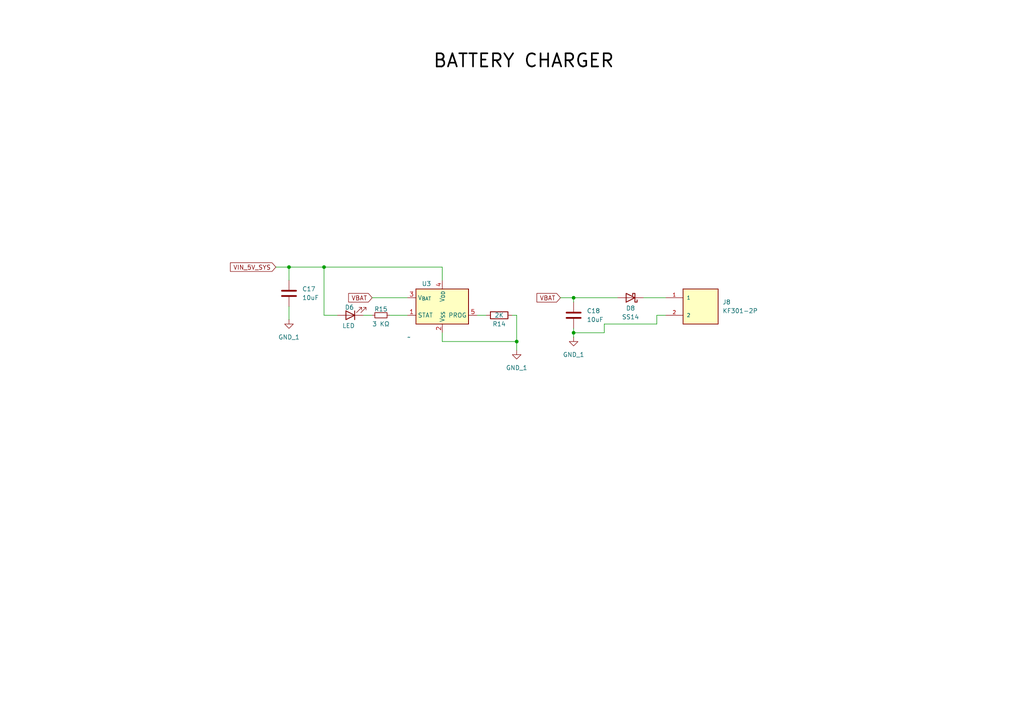
<source format=kicad_sch>
(kicad_sch
	(version 20250114)
	(generator "eeschema")
	(generator_version "9.0")
	(uuid "16a593ce-a144-4e2b-a549-73ec9e996204")
	(paper "A4")
	(lib_symbols
		(symbol "Battery_Management:MCP73831-2-OT"
			(exclude_from_sim no)
			(in_bom yes)
			(on_board yes)
			(property "Reference" "U"
				(at -7.62 6.35 0)
				(effects
					(font
						(size 1.27 1.27)
					)
					(justify left)
				)
			)
			(property "Value" "MCP73831-2-OT"
				(at 1.27 6.35 0)
				(effects
					(font
						(size 1.27 1.27)
					)
					(justify left)
				)
			)
			(property "Footprint" "Package_TO_SOT_SMD:SOT-23-5"
				(at 1.27 -6.35 0)
				(effects
					(font
						(size 1.27 1.27)
						(italic yes)
					)
					(justify left)
					(hide yes)
				)
			)
			(property "Datasheet" "http://ww1.microchip.com/downloads/en/DeviceDoc/20001984g.pdf"
				(at 0 -18.288 0)
				(effects
					(font
						(size 1.27 1.27)
					)
					(hide yes)
				)
			)
			(property "Description" "Single cell, Li-Ion/Li-Po charge management controller, 4.20V, Tri-State Status Output, in SOT23-5 package"
				(at 0 0 0)
				(effects
					(font
						(size 1.27 1.27)
					)
					(hide yes)
				)
			)
			(property "ki_keywords" "battery charger lithium"
				(at 0 0 0)
				(effects
					(font
						(size 1.27 1.27)
					)
					(hide yes)
				)
			)
			(property "ki_fp_filters" "SOT?23*"
				(at 0 0 0)
				(effects
					(font
						(size 1.27 1.27)
					)
					(hide yes)
				)
			)
			(symbol "MCP73831-2-OT_0_1"
				(rectangle
					(start -7.62 5.08)
					(end 7.62 -5.08)
					(stroke
						(width 0.254)
						(type default)
					)
					(fill
						(type background)
					)
				)
			)
			(symbol "MCP73831-2-OT_1_1"
				(pin input line
					(at -10.16 -2.54 0)
					(length 2.54)
					(name "PROG"
						(effects
							(font
								(size 1.27 1.27)
							)
						)
					)
					(number "5"
						(effects
							(font
								(size 1.27 1.27)
							)
						)
					)
				)
				(pin power_in line
					(at 0 7.62 270)
					(length 2.54)
					(name "V_{DD}"
						(effects
							(font
								(size 1.27 1.27)
							)
						)
					)
					(number "4"
						(effects
							(font
								(size 1.27 1.27)
							)
						)
					)
				)
				(pin power_in line
					(at 0 -7.62 90)
					(length 2.54)
					(name "V_{SS}"
						(effects
							(font
								(size 1.27 1.27)
							)
						)
					)
					(number "2"
						(effects
							(font
								(size 1.27 1.27)
							)
						)
					)
				)
				(pin power_out line
					(at 10.16 2.54 180)
					(length 2.54)
					(name "V_{BAT}"
						(effects
							(font
								(size 1.27 1.27)
							)
						)
					)
					(number "3"
						(effects
							(font
								(size 1.27 1.27)
							)
						)
					)
				)
				(pin tri_state line
					(at 10.16 -2.54 180)
					(length 2.54)
					(name "STAT"
						(effects
							(font
								(size 1.27 1.27)
							)
						)
					)
					(number "1"
						(effects
							(font
								(size 1.27 1.27)
							)
						)
					)
				)
			)
			(embedded_fonts no)
		)
		(symbol "Connector:KF301-2P"
			(pin_names
				(offset 1.016)
			)
			(exclude_from_sim no)
			(in_bom yes)
			(on_board yes)
			(property "Reference" "J"
				(at -5.08 5.842 0)
				(effects
					(font
						(size 1.27 1.27)
					)
					(justify left bottom)
				)
			)
			(property "Value" "KF301-2P"
				(at -5.08 -7.62 0)
				(effects
					(font
						(size 1.27 1.27)
					)
					(justify left bottom)
				)
			)
			(property "Footprint" "KF301-2P:HANDSON_KF301-2P"
				(at 0 0 0)
				(effects
					(font
						(size 1.27 1.27)
					)
					(justify bottom)
					(hide yes)
				)
			)
			(property "Datasheet" ""
				(at 0 0 0)
				(effects
					(font
						(size 1.27 1.27)
					)
					(hide yes)
				)
			)
			(property "Description" ""
				(at 0 0 0)
				(effects
					(font
						(size 1.27 1.27)
					)
					(hide yes)
				)
			)
			(property "MF" "Handson Technology"
				(at 0 0 0)
				(effects
					(font
						(size 1.27 1.27)
					)
					(justify bottom)
					(hide yes)
				)
			)
			(property "MAXIMUM_PACKAGE_HEIGHT" "10mm"
				(at 0 0 0)
				(effects
					(font
						(size 1.27 1.27)
					)
					(justify bottom)
					(hide yes)
				)
			)
			(property "Package" "None"
				(at 0 0 0)
				(effects
					(font
						(size 1.27 1.27)
					)
					(justify bottom)
					(hide yes)
				)
			)
			(property "Price" "None"
				(at 0 0 0)
				(effects
					(font
						(size 1.27 1.27)
					)
					(justify bottom)
					(hide yes)
				)
			)
			(property "Check_prices" "https://www.snapeda.com/parts/KF301-2P/Handson+Technology/view-part/?ref=eda"
				(at 0 0 0)
				(effects
					(font
						(size 1.27 1.27)
					)
					(justify bottom)
					(hide yes)
				)
			)
			(property "STANDARD" "Manufacturer Recommendations"
				(at 0 0 0)
				(effects
					(font
						(size 1.27 1.27)
					)
					(justify bottom)
					(hide yes)
				)
			)
			(property "PARTREV" "NA"
				(at 0 0 0)
				(effects
					(font
						(size 1.27 1.27)
					)
					(justify bottom)
					(hide yes)
				)
			)
			(property "SnapEDA_Link" "https://www.snapeda.com/parts/KF301-2P/Handson+Technology/view-part/?ref=snap"
				(at 0 0 0)
				(effects
					(font
						(size 1.27 1.27)
					)
					(justify bottom)
					(hide yes)
				)
			)
			(property "MP" "KF301-2P"
				(at 0 0 0)
				(effects
					(font
						(size 1.27 1.27)
					)
					(justify bottom)
					(hide yes)
				)
			)
			(property "Description_1" "2 Pin Terminal Block 5mm Pitch"
				(at 0 0 0)
				(effects
					(font
						(size 1.27 1.27)
					)
					(justify bottom)
					(hide yes)
				)
			)
			(property "Availability" "Not in stock"
				(at 0 0 0)
				(effects
					(font
						(size 1.27 1.27)
					)
					(justify bottom)
					(hide yes)
				)
			)
			(property "MANUFACTURER" "Handson Technology"
				(at 0 0 0)
				(effects
					(font
						(size 1.27 1.27)
					)
					(justify bottom)
					(hide yes)
				)
			)
			(symbol "KF301-2P_0_0"
				(rectangle
					(start -5.08 -5.08)
					(end 5.08 5.08)
					(stroke
						(width 0.254)
						(type default)
					)
					(fill
						(type background)
					)
				)
				(pin passive line
					(at -10.16 2.54 0)
					(length 5.08)
					(name "1"
						(effects
							(font
								(size 1.016 1.016)
							)
						)
					)
					(number "1"
						(effects
							(font
								(size 1.016 1.016)
							)
						)
					)
				)
				(pin passive line
					(at -10.16 -2.54 0)
					(length 5.08)
					(name "2"
						(effects
							(font
								(size 1.016 1.016)
							)
						)
					)
					(number "2"
						(effects
							(font
								(size 1.016 1.016)
							)
						)
					)
				)
			)
			(embedded_fonts no)
		)
		(symbol "Device:C"
			(pin_numbers
				(hide yes)
			)
			(pin_names
				(offset 0.254)
			)
			(exclude_from_sim no)
			(in_bom yes)
			(on_board yes)
			(property "Reference" "C"
				(at 0.635 2.54 0)
				(effects
					(font
						(size 1.27 1.27)
					)
					(justify left)
				)
			)
			(property "Value" "C"
				(at 0.635 -2.54 0)
				(effects
					(font
						(size 1.27 1.27)
					)
					(justify left)
				)
			)
			(property "Footprint" ""
				(at 0.9652 -3.81 0)
				(effects
					(font
						(size 1.27 1.27)
					)
					(hide yes)
				)
			)
			(property "Datasheet" "~"
				(at 0 0 0)
				(effects
					(font
						(size 1.27 1.27)
					)
					(hide yes)
				)
			)
			(property "Description" "Unpolarized capacitor"
				(at 0 0 0)
				(effects
					(font
						(size 1.27 1.27)
					)
					(hide yes)
				)
			)
			(property "ki_keywords" "cap capacitor"
				(at 0 0 0)
				(effects
					(font
						(size 1.27 1.27)
					)
					(hide yes)
				)
			)
			(property "ki_fp_filters" "C_*"
				(at 0 0 0)
				(effects
					(font
						(size 1.27 1.27)
					)
					(hide yes)
				)
			)
			(symbol "C_0_1"
				(polyline
					(pts
						(xy -2.032 0.762) (xy 2.032 0.762)
					)
					(stroke
						(width 0.508)
						(type default)
					)
					(fill
						(type none)
					)
				)
				(polyline
					(pts
						(xy -2.032 -0.762) (xy 2.032 -0.762)
					)
					(stroke
						(width 0.508)
						(type default)
					)
					(fill
						(type none)
					)
				)
			)
			(symbol "C_1_1"
				(pin passive line
					(at 0 3.81 270)
					(length 2.794)
					(name "~"
						(effects
							(font
								(size 1.27 1.27)
							)
						)
					)
					(number "1"
						(effects
							(font
								(size 1.27 1.27)
							)
						)
					)
				)
				(pin passive line
					(at 0 -3.81 90)
					(length 2.794)
					(name "~"
						(effects
							(font
								(size 1.27 1.27)
							)
						)
					)
					(number "2"
						(effects
							(font
								(size 1.27 1.27)
							)
						)
					)
				)
			)
			(embedded_fonts no)
		)
		(symbol "Device:LED"
			(pin_numbers
				(hide yes)
			)
			(pin_names
				(offset 1.016)
				(hide yes)
			)
			(exclude_from_sim no)
			(in_bom yes)
			(on_board yes)
			(property "Reference" "D"
				(at 0 2.54 0)
				(effects
					(font
						(size 1.27 1.27)
					)
				)
			)
			(property "Value" "LED"
				(at 0 -2.54 0)
				(effects
					(font
						(size 1.27 1.27)
					)
				)
			)
			(property "Footprint" ""
				(at 0 0 0)
				(effects
					(font
						(size 1.27 1.27)
					)
					(hide yes)
				)
			)
			(property "Datasheet" "~"
				(at 0 0 0)
				(effects
					(font
						(size 1.27 1.27)
					)
					(hide yes)
				)
			)
			(property "Description" "Light emitting diode"
				(at 0 0 0)
				(effects
					(font
						(size 1.27 1.27)
					)
					(hide yes)
				)
			)
			(property "Sim.Pins" "1=K 2=A"
				(at 0 0 0)
				(effects
					(font
						(size 1.27 1.27)
					)
					(hide yes)
				)
			)
			(property "ki_keywords" "LED diode"
				(at 0 0 0)
				(effects
					(font
						(size 1.27 1.27)
					)
					(hide yes)
				)
			)
			(property "ki_fp_filters" "LED* LED_SMD:* LED_THT:*"
				(at 0 0 0)
				(effects
					(font
						(size 1.27 1.27)
					)
					(hide yes)
				)
			)
			(symbol "LED_0_1"
				(polyline
					(pts
						(xy -3.048 -0.762) (xy -4.572 -2.286) (xy -3.81 -2.286) (xy -4.572 -2.286) (xy -4.572 -1.524)
					)
					(stroke
						(width 0)
						(type default)
					)
					(fill
						(type none)
					)
				)
				(polyline
					(pts
						(xy -1.778 -0.762) (xy -3.302 -2.286) (xy -2.54 -2.286) (xy -3.302 -2.286) (xy -3.302 -1.524)
					)
					(stroke
						(width 0)
						(type default)
					)
					(fill
						(type none)
					)
				)
				(polyline
					(pts
						(xy -1.27 0) (xy 1.27 0)
					)
					(stroke
						(width 0)
						(type default)
					)
					(fill
						(type none)
					)
				)
				(polyline
					(pts
						(xy -1.27 -1.27) (xy -1.27 1.27)
					)
					(stroke
						(width 0.254)
						(type default)
					)
					(fill
						(type none)
					)
				)
				(polyline
					(pts
						(xy 1.27 -1.27) (xy 1.27 1.27) (xy -1.27 0) (xy 1.27 -1.27)
					)
					(stroke
						(width 0.254)
						(type default)
					)
					(fill
						(type none)
					)
				)
			)
			(symbol "LED_1_1"
				(pin passive line
					(at -3.81 0 0)
					(length 2.54)
					(name "K"
						(effects
							(font
								(size 1.27 1.27)
							)
						)
					)
					(number "1"
						(effects
							(font
								(size 1.27 1.27)
							)
						)
					)
				)
				(pin passive line
					(at 3.81 0 180)
					(length 2.54)
					(name "A"
						(effects
							(font
								(size 1.27 1.27)
							)
						)
					)
					(number "2"
						(effects
							(font
								(size 1.27 1.27)
							)
						)
					)
				)
			)
			(embedded_fonts no)
		)
		(symbol "Device:R"
			(pin_numbers
				(hide yes)
			)
			(pin_names
				(offset 0)
			)
			(exclude_from_sim no)
			(in_bom yes)
			(on_board yes)
			(property "Reference" "R"
				(at 2.032 0 90)
				(effects
					(font
						(size 1.27 1.27)
					)
				)
			)
			(property "Value" "R"
				(at 0 0 90)
				(effects
					(font
						(size 1.27 1.27)
					)
				)
			)
			(property "Footprint" ""
				(at -1.778 0 90)
				(effects
					(font
						(size 1.27 1.27)
					)
					(hide yes)
				)
			)
			(property "Datasheet" "~"
				(at 0 0 0)
				(effects
					(font
						(size 1.27 1.27)
					)
					(hide yes)
				)
			)
			(property "Description" "Resistor"
				(at 0 0 0)
				(effects
					(font
						(size 1.27 1.27)
					)
					(hide yes)
				)
			)
			(property "ki_keywords" "R res resistor"
				(at 0 0 0)
				(effects
					(font
						(size 1.27 1.27)
					)
					(hide yes)
				)
			)
			(property "ki_fp_filters" "R_*"
				(at 0 0 0)
				(effects
					(font
						(size 1.27 1.27)
					)
					(hide yes)
				)
			)
			(symbol "R_0_1"
				(rectangle
					(start -1.016 -2.54)
					(end 1.016 2.54)
					(stroke
						(width 0.254)
						(type default)
					)
					(fill
						(type none)
					)
				)
			)
			(symbol "R_1_1"
				(pin passive line
					(at 0 3.81 270)
					(length 1.27)
					(name "~"
						(effects
							(font
								(size 1.27 1.27)
							)
						)
					)
					(number "1"
						(effects
							(font
								(size 1.27 1.27)
							)
						)
					)
				)
				(pin passive line
					(at 0 -3.81 90)
					(length 1.27)
					(name "~"
						(effects
							(font
								(size 1.27 1.27)
							)
						)
					)
					(number "2"
						(effects
							(font
								(size 1.27 1.27)
							)
						)
					)
				)
			)
			(embedded_fonts no)
		)
		(symbol "Device:R_Small"
			(pin_numbers
				(hide yes)
			)
			(pin_names
				(offset 0.254)
				(hide yes)
			)
			(exclude_from_sim no)
			(in_bom yes)
			(on_board yes)
			(property "Reference" "R"
				(at 0.762 0.508 0)
				(effects
					(font
						(size 1.27 1.27)
					)
					(justify left)
				)
			)
			(property "Value" "R_Small"
				(at 0.762 -1.016 0)
				(effects
					(font
						(size 1.27 1.27)
					)
					(justify left)
				)
			)
			(property "Footprint" ""
				(at 0 0 0)
				(effects
					(font
						(size 1.27 1.27)
					)
					(hide yes)
				)
			)
			(property "Datasheet" "~"
				(at 0 0 0)
				(effects
					(font
						(size 1.27 1.27)
					)
					(hide yes)
				)
			)
			(property "Description" "Resistor, small symbol"
				(at 0 0 0)
				(effects
					(font
						(size 1.27 1.27)
					)
					(hide yes)
				)
			)
			(property "ki_keywords" "R resistor"
				(at 0 0 0)
				(effects
					(font
						(size 1.27 1.27)
					)
					(hide yes)
				)
			)
			(property "ki_fp_filters" "R_*"
				(at 0 0 0)
				(effects
					(font
						(size 1.27 1.27)
					)
					(hide yes)
				)
			)
			(symbol "R_Small_0_1"
				(rectangle
					(start -0.762 1.778)
					(end 0.762 -1.778)
					(stroke
						(width 0.2032)
						(type default)
					)
					(fill
						(type none)
					)
				)
			)
			(symbol "R_Small_1_1"
				(pin passive line
					(at 0 2.54 270)
					(length 0.762)
					(name "~"
						(effects
							(font
								(size 1.27 1.27)
							)
						)
					)
					(number "1"
						(effects
							(font
								(size 1.27 1.27)
							)
						)
					)
				)
				(pin passive line
					(at 0 -2.54 90)
					(length 0.762)
					(name "~"
						(effects
							(font
								(size 1.27 1.27)
							)
						)
					)
					(number "2"
						(effects
							(font
								(size 1.27 1.27)
							)
						)
					)
				)
			)
			(embedded_fonts no)
		)
		(symbol "Diode:SS14"
			(pin_numbers
				(hide yes)
			)
			(pin_names
				(offset 1.016)
				(hide yes)
			)
			(exclude_from_sim no)
			(in_bom yes)
			(on_board yes)
			(property "Reference" "D"
				(at 0 2.54 0)
				(effects
					(font
						(size 1.27 1.27)
					)
				)
			)
			(property "Value" "SS14"
				(at 0 -2.54 0)
				(effects
					(font
						(size 1.27 1.27)
					)
				)
			)
			(property "Footprint" "Diode_SMD:D_SMA"
				(at 0 -4.445 0)
				(effects
					(font
						(size 1.27 1.27)
					)
					(hide yes)
				)
			)
			(property "Datasheet" "https://www.vishay.com/docs/88746/ss12.pdf"
				(at 0 0 0)
				(effects
					(font
						(size 1.27 1.27)
					)
					(hide yes)
				)
			)
			(property "Description" "40V 1A Schottky Diode, SMA"
				(at 0 0 0)
				(effects
					(font
						(size 1.27 1.27)
					)
					(hide yes)
				)
			)
			(property "ki_keywords" "diode Schottky"
				(at 0 0 0)
				(effects
					(font
						(size 1.27 1.27)
					)
					(hide yes)
				)
			)
			(property "ki_fp_filters" "D*SMA*"
				(at 0 0 0)
				(effects
					(font
						(size 1.27 1.27)
					)
					(hide yes)
				)
			)
			(symbol "SS14_0_1"
				(polyline
					(pts
						(xy -1.905 0.635) (xy -1.905 1.27) (xy -1.27 1.27) (xy -1.27 -1.27) (xy -0.635 -1.27) (xy -0.635 -0.635)
					)
					(stroke
						(width 0.254)
						(type default)
					)
					(fill
						(type none)
					)
				)
				(polyline
					(pts
						(xy 1.27 1.27) (xy 1.27 -1.27) (xy -1.27 0) (xy 1.27 1.27)
					)
					(stroke
						(width 0.254)
						(type default)
					)
					(fill
						(type none)
					)
				)
				(polyline
					(pts
						(xy 1.27 0) (xy -1.27 0)
					)
					(stroke
						(width 0)
						(type default)
					)
					(fill
						(type none)
					)
				)
			)
			(symbol "SS14_1_1"
				(pin passive line
					(at -3.81 0 0)
					(length 2.54)
					(name "K"
						(effects
							(font
								(size 1.27 1.27)
							)
						)
					)
					(number "1"
						(effects
							(font
								(size 1.27 1.27)
							)
						)
					)
				)
				(pin passive line
					(at 3.81 0 180)
					(length 2.54)
					(name "A"
						(effects
							(font
								(size 1.27 1.27)
							)
						)
					)
					(number "2"
						(effects
							(font
								(size 1.27 1.27)
							)
						)
					)
				)
			)
			(embedded_fonts no)
		)
		(symbol "GND_1"
			(power)
			(pin_numbers
				(hide yes)
			)
			(pin_names
				(offset 0)
				(hide yes)
			)
			(exclude_from_sim no)
			(in_bom yes)
			(on_board yes)
			(property "Reference" "#PWR"
				(at 0 -6.35 0)
				(effects
					(font
						(size 1.27 1.27)
					)
					(hide yes)
				)
			)
			(property "Value" "GND"
				(at 0 -3.81 0)
				(effects
					(font
						(size 1.27 1.27)
					)
				)
			)
			(property "Footprint" ""
				(at 0 0 0)
				(effects
					(font
						(size 1.27 1.27)
					)
					(hide yes)
				)
			)
			(property "Datasheet" ""
				(at 0 0 0)
				(effects
					(font
						(size 1.27 1.27)
					)
					(hide yes)
				)
			)
			(property "Description" "Power symbol creates a global label with name \"GND\" , ground"
				(at 0 0 0)
				(effects
					(font
						(size 1.27 1.27)
					)
					(hide yes)
				)
			)
			(property "ki_keywords" "global power"
				(at 0 0 0)
				(effects
					(font
						(size 1.27 1.27)
					)
					(hide yes)
				)
			)
			(symbol "GND_1_0_1"
				(polyline
					(pts
						(xy 0 0) (xy 0 -1.27) (xy 1.27 -1.27) (xy 0 -2.54) (xy -1.27 -1.27) (xy 0 -1.27)
					)
					(stroke
						(width 0)
						(type default)
					)
					(fill
						(type none)
					)
				)
			)
			(symbol "GND_1_1_1"
				(pin power_in line
					(at 0 0 270)
					(length 0)
					(name "~"
						(effects
							(font
								(size 1.27 1.27)
							)
						)
					)
					(number "1"
						(effects
							(font
								(size 1.27 1.27)
							)
						)
					)
				)
			)
			(embedded_fonts no)
		)
		(symbol "power:GND"
			(power)
			(pin_numbers
				(hide yes)
			)
			(pin_names
				(offset 0)
				(hide yes)
			)
			(exclude_from_sim no)
			(in_bom yes)
			(on_board yes)
			(property "Reference" "#PWR"
				(at 0 -6.35 0)
				(effects
					(font
						(size 1.27 1.27)
					)
					(hide yes)
				)
			)
			(property "Value" "GND"
				(at 0 -3.81 0)
				(effects
					(font
						(size 1.27 1.27)
					)
				)
			)
			(property "Footprint" ""
				(at 0 0 0)
				(effects
					(font
						(size 1.27 1.27)
					)
					(hide yes)
				)
			)
			(property "Datasheet" ""
				(at 0 0 0)
				(effects
					(font
						(size 1.27 1.27)
					)
					(hide yes)
				)
			)
			(property "Description" "Power symbol creates a global label with name \"GND\" , ground"
				(at 0 0 0)
				(effects
					(font
						(size 1.27 1.27)
					)
					(hide yes)
				)
			)
			(property "ki_keywords" "global power"
				(at 0 0 0)
				(effects
					(font
						(size 1.27 1.27)
					)
					(hide yes)
				)
			)
			(symbol "GND_0_1"
				(polyline
					(pts
						(xy 0 0) (xy 0 -1.27) (xy 1.27 -1.27) (xy 0 -2.54) (xy -1.27 -1.27) (xy 0 -1.27)
					)
					(stroke
						(width 0)
						(type default)
					)
					(fill
						(type none)
					)
				)
			)
			(symbol "GND_1_1"
				(pin power_in line
					(at 0 0 270)
					(length 0)
					(name "~"
						(effects
							(font
								(size 1.27 1.27)
							)
						)
					)
					(number "1"
						(effects
							(font
								(size 1.27 1.27)
							)
						)
					)
				)
			)
			(embedded_fonts no)
		)
	)
	(text "BATTERY CHARGER"
		(exclude_from_sim no)
		(at 151.892 17.78 0)
		(effects
			(font
				(size 3.81 3.81)
				(thickness 0.4763)
				(color 0 0 0 1)
			)
		)
		(uuid "e80e8605-3db7-4987-bc92-fbbb1f6e7a2b")
	)
	(junction
		(at 93.98 77.47)
		(diameter 0)
		(color 0 0 0 0)
		(uuid "15b323b7-5bed-42e5-8156-0195328a239d")
	)
	(junction
		(at 166.37 96.52)
		(diameter 0)
		(color 0 0 0 0)
		(uuid "1813ddbe-5b3d-4ed7-8bea-920e0580e6b9")
	)
	(junction
		(at 149.86 99.06)
		(diameter 0)
		(color 0 0 0 0)
		(uuid "d83f6efa-55f3-4923-b54d-80e9710c5c87")
	)
	(junction
		(at 166.37 86.36)
		(diameter 0)
		(color 0 0 0 0)
		(uuid "da954651-af27-4ac8-9eb5-c48983fc3953")
	)
	(junction
		(at 83.82 77.47)
		(diameter 0)
		(color 0 0 0 0)
		(uuid "df4c71a1-a974-4b5e-9fe1-d4f261a4ec8f")
	)
	(wire
		(pts
			(xy 93.98 77.47) (xy 93.98 91.44)
		)
		(stroke
			(width 0)
			(type default)
		)
		(uuid "032b0330-b71b-4799-b229-83c9c6a73924")
	)
	(wire
		(pts
			(xy 128.27 96.52) (xy 128.27 99.06)
		)
		(stroke
			(width 0)
			(type default)
		)
		(uuid "145a8757-c933-4585-b392-d730df5c0922")
	)
	(wire
		(pts
			(xy 80.01 77.47) (xy 83.82 77.47)
		)
		(stroke
			(width 0)
			(type default)
		)
		(uuid "1ac438ad-447e-40d6-8722-94b78d44a387")
	)
	(wire
		(pts
			(xy 83.82 88.9) (xy 83.82 92.71)
		)
		(stroke
			(width 0)
			(type default)
		)
		(uuid "25e02a8f-7210-4e4f-abe8-d7a0ca8a5ba9")
	)
	(wire
		(pts
			(xy 107.95 86.36) (xy 118.11 86.36)
		)
		(stroke
			(width 0)
			(type default)
		)
		(uuid "2b3aa851-edfd-404e-b4b1-c380283195f9")
	)
	(wire
		(pts
			(xy 138.43 91.44) (xy 140.97 91.44)
		)
		(stroke
			(width 0)
			(type default)
		)
		(uuid "2e8b0b5b-dc7c-4b15-a9ee-0ae72c448cd7")
	)
	(wire
		(pts
			(xy 166.37 86.36) (xy 166.37 87.63)
		)
		(stroke
			(width 0)
			(type default)
		)
		(uuid "2f5932d8-5d03-4f98-98a0-4ea77c3995ce")
	)
	(wire
		(pts
			(xy 162.56 86.36) (xy 166.37 86.36)
		)
		(stroke
			(width 0)
			(type default)
		)
		(uuid "385054ae-085a-43d4-af2e-4543718c9802")
	)
	(wire
		(pts
			(xy 148.59 91.44) (xy 149.86 91.44)
		)
		(stroke
			(width 0)
			(type default)
		)
		(uuid "3cec09f5-86b2-437e-a5f7-4856e8cda959")
	)
	(wire
		(pts
			(xy 175.26 93.98) (xy 190.5 93.98)
		)
		(stroke
			(width 0)
			(type default)
		)
		(uuid "5cfca8f2-8597-4e97-89bb-a3ebb93fd607")
	)
	(wire
		(pts
			(xy 166.37 95.25) (xy 166.37 96.52)
		)
		(stroke
			(width 0)
			(type default)
		)
		(uuid "5dd25e94-22a7-4f6d-b9e2-406505ef4a7e")
	)
	(wire
		(pts
			(xy 83.82 77.47) (xy 93.98 77.47)
		)
		(stroke
			(width 0)
			(type default)
		)
		(uuid "6a456b10-fd33-45d7-a67e-bcb3341a0217")
	)
	(wire
		(pts
			(xy 93.98 77.47) (xy 128.27 77.47)
		)
		(stroke
			(width 0)
			(type default)
		)
		(uuid "6a5d6615-6fde-4d7b-ba81-c811525779a0")
	)
	(wire
		(pts
			(xy 113.03 91.44) (xy 118.11 91.44)
		)
		(stroke
			(width 0)
			(type default)
		)
		(uuid "6c903caa-afaf-481b-a48a-5b498cbd0a9b")
	)
	(wire
		(pts
			(xy 83.82 77.47) (xy 83.82 81.28)
		)
		(stroke
			(width 0)
			(type default)
		)
		(uuid "77815ffd-dbb3-49f7-9751-deac55ca1116")
	)
	(wire
		(pts
			(xy 190.5 93.98) (xy 190.5 91.44)
		)
		(stroke
			(width 0)
			(type default)
		)
		(uuid "7e6b542e-1e9b-440e-b576-6c0fec6f342d")
	)
	(wire
		(pts
			(xy 175.26 96.52) (xy 166.37 96.52)
		)
		(stroke
			(width 0)
			(type default)
		)
		(uuid "83e6150a-1f47-4e9b-a5ba-7f384cbcf5e8")
	)
	(wire
		(pts
			(xy 128.27 77.47) (xy 128.27 81.28)
		)
		(stroke
			(width 0)
			(type default)
		)
		(uuid "8b990d8b-f5ba-4abe-85d6-333e1ed7b971")
	)
	(wire
		(pts
			(xy 105.41 91.44) (xy 107.95 91.44)
		)
		(stroke
			(width 0)
			(type default)
		)
		(uuid "90a226e5-2ebd-4013-9914-9f385fbc9045")
	)
	(wire
		(pts
			(xy 166.37 96.52) (xy 166.37 97.79)
		)
		(stroke
			(width 0)
			(type default)
		)
		(uuid "94536e73-b22b-4954-9bf2-3208fd903bec")
	)
	(wire
		(pts
			(xy 190.5 91.44) (xy 193.04 91.44)
		)
		(stroke
			(width 0)
			(type default)
		)
		(uuid "98f591a0-af74-4c89-9308-045159c822bb")
	)
	(wire
		(pts
			(xy 186.69 86.36) (xy 193.04 86.36)
		)
		(stroke
			(width 0)
			(type default)
		)
		(uuid "a04232d6-4440-41ba-bd42-a028e69b101f")
	)
	(wire
		(pts
			(xy 149.86 99.06) (xy 149.86 101.6)
		)
		(stroke
			(width 0)
			(type default)
		)
		(uuid "b6800ad3-46b8-4963-b9dc-d30f6a734adc")
	)
	(wire
		(pts
			(xy 93.98 91.44) (xy 97.79 91.44)
		)
		(stroke
			(width 0)
			(type default)
		)
		(uuid "b80eb019-26b9-4ee0-af63-ad3d29319244")
	)
	(wire
		(pts
			(xy 149.86 91.44) (xy 149.86 99.06)
		)
		(stroke
			(width 0)
			(type default)
		)
		(uuid "b88d7f14-8077-44cb-9939-c7e270f03532")
	)
	(wire
		(pts
			(xy 175.26 93.98) (xy 175.26 96.52)
		)
		(stroke
			(width 0)
			(type default)
		)
		(uuid "bcfd166a-5595-4182-98df-b3ab8a54899b")
	)
	(wire
		(pts
			(xy 149.86 99.06) (xy 128.27 99.06)
		)
		(stroke
			(width 0)
			(type default)
		)
		(uuid "c3c625c1-cfb5-432f-9d91-9efc86e14882")
	)
	(wire
		(pts
			(xy 166.37 86.36) (xy 179.07 86.36)
		)
		(stroke
			(width 0)
			(type default)
		)
		(uuid "d6cb0c22-9558-4db5-a5b1-bcaaf851a9a6")
	)
	(global_label "VBAT"
		(shape input)
		(at 107.95 86.36 180)
		(fields_autoplaced yes)
		(effects
			(font
				(size 1.27 1.27)
			)
			(justify right)
		)
		(uuid "2f0fd6cd-49a8-458c-9eea-3af9272b6351")
		(property "Intersheetrefs" "${INTERSHEET_REFS}"
			(at 100.55 86.36 0)
			(effects
				(font
					(size 1.27 1.27)
				)
				(justify right)
				(hide yes)
			)
		)
	)
	(global_label "VBAT"
		(shape input)
		(at 162.56 86.36 180)
		(fields_autoplaced yes)
		(effects
			(font
				(size 1.27 1.27)
			)
			(justify right)
		)
		(uuid "51b538d1-9bd1-4f5d-8192-d662feeaf893")
		(property "Intersheetrefs" "${INTERSHEET_REFS}"
			(at 155.16 86.36 0)
			(effects
				(font
					(size 1.27 1.27)
				)
				(justify right)
				(hide yes)
			)
		)
	)
	(global_label "VIN_5V_SYS"
		(shape input)
		(at 80.01 77.47 180)
		(fields_autoplaced yes)
		(effects
			(font
				(size 1.27 1.27)
			)
			(justify right)
		)
		(uuid "b6cdc246-1e27-4c4d-a976-43477683f883")
		(property "Intersheetrefs" "${INTERSHEET_REFS}"
			(at 66.26 77.47 0)
			(effects
				(font
					(size 1.27 1.27)
				)
				(justify right)
				(hide yes)
			)
		)
	)
	(symbol
		(lib_id "Battery_Management:MCP73831-2-OT")
		(at 128.27 88.9 0)
		(mirror y)
		(unit 1)
		(exclude_from_sim no)
		(in_bom yes)
		(on_board yes)
		(dnp no)
		(uuid "225d7445-c170-49da-bb43-17209a9a04c4")
		(property "Reference" "U3"
			(at 123.698 82.296 0)
			(effects
				(font
					(size 1.27 1.27)
				)
			)
		)
		(property "Value" "~"
			(at 118.618 97.79 0)
			(effects
				(font
					(size 1.27 1.27)
				)
			)
		)
		(property "Footprint" "Package_TO_SOT_SMD:SOT-23-5"
			(at 127 95.25 0)
			(effects
				(font
					(size 1.27 1.27)
					(italic yes)
				)
				(justify left)
				(hide yes)
			)
		)
		(property "Datasheet" "http://ww1.microchip.com/downloads/en/DeviceDoc/20001984g.pdf"
			(at 128.27 107.188 0)
			(effects
				(font
					(size 1.27 1.27)
				)
				(hide yes)
			)
		)
		(property "Description" "Single cell, Li-Ion/Li-Po charge management controller, 4.20V, Tri-State Status Output, in SOT23-5 package"
			(at 128.27 88.9 0)
			(effects
				(font
					(size 1.27 1.27)
				)
				(hide yes)
			)
		)
		(property "MPN" "TP4054-42-SOT25R "
			(at 128.27 88.9 0)
			(effects
				(font
					(size 1.27 1.27)
				)
				(hide yes)
			)
		)
		(property "LCSC PN" "C32574"
			(at 128.27 88.9 0)
			(effects
				(font
					(size 1.27 1.27)
				)
				(hide yes)
			)
		)
		(pin "5"
			(uuid "09591da2-be11-45de-adb3-05a82cb3c703")
		)
		(pin "2"
			(uuid "3f6147df-d329-496e-9376-9bb73d2089e6")
		)
		(pin "4"
			(uuid "c79dff6e-6386-45a2-9c07-de07420f8a90")
		)
		(pin "3"
			(uuid "450a1273-eb07-46a4-a2f3-8ee7735293cc")
		)
		(pin "1"
			(uuid "5402c527-7c4b-4107-b629-4e7ad7ba0bf5")
		)
		(instances
			(project "DC_DC_BUCK_BOOST_CONVERTER"
				(path "/22645b36-84af-4b49-99de-dce2d89d36ca/546c0e98-489a-448a-90b1-07cd0b4aff59"
					(reference "U3")
					(unit 1)
				)
			)
		)
	)
	(symbol
		(lib_id "Connector:KF301-2P")
		(at 203.2 88.9 0)
		(unit 1)
		(exclude_from_sim no)
		(in_bom yes)
		(on_board yes)
		(dnp no)
		(fields_autoplaced yes)
		(uuid "6104574a-4cf8-4a15-8413-733ee052ea6c")
		(property "Reference" "J8"
			(at 209.55 87.6299 0)
			(effects
				(font
					(size 1.27 1.27)
				)
				(justify left)
			)
		)
		(property "Value" "KF301-2P"
			(at 209.55 90.1699 0)
			(effects
				(font
					(size 1.27 1.27)
				)
				(justify left)
			)
		)
		(property "Footprint" "Connector:HANDSON_KF301-2P"
			(at 203.2 88.9 0)
			(effects
				(font
					(size 1.27 1.27)
				)
				(justify bottom)
				(hide yes)
			)
		)
		(property "Datasheet" ""
			(at 203.2 88.9 0)
			(effects
				(font
					(size 1.27 1.27)
				)
				(hide yes)
			)
		)
		(property "Description" ""
			(at 203.2 88.9 0)
			(effects
				(font
					(size 1.27 1.27)
				)
				(hide yes)
			)
		)
		(property "MF" "Handson Technology"
			(at 203.2 88.9 0)
			(effects
				(font
					(size 1.27 1.27)
				)
				(justify bottom)
				(hide yes)
			)
		)
		(property "MAXIMUM_PACKAGE_HEIGHT" "10mm"
			(at 203.2 88.9 0)
			(effects
				(font
					(size 1.27 1.27)
				)
				(justify bottom)
				(hide yes)
			)
		)
		(property "Package" "None"
			(at 203.2 88.9 0)
			(effects
				(font
					(size 1.27 1.27)
				)
				(justify bottom)
				(hide yes)
			)
		)
		(property "Price" "None"
			(at 203.2 88.9 0)
			(effects
				(font
					(size 1.27 1.27)
				)
				(justify bottom)
				(hide yes)
			)
		)
		(property "Check_prices" "https://www.snapeda.com/parts/KF301-2P/Handson+Technology/view-part/?ref=eda"
			(at 203.2 88.9 0)
			(effects
				(font
					(size 1.27 1.27)
				)
				(justify bottom)
				(hide yes)
			)
		)
		(property "STANDARD" "Manufacturer Recommendations"
			(at 203.2 88.9 0)
			(effects
				(font
					(size 1.27 1.27)
				)
				(justify bottom)
				(hide yes)
			)
		)
		(property "PARTREV" "NA"
			(at 203.2 88.9 0)
			(effects
				(font
					(size 1.27 1.27)
				)
				(justify bottom)
				(hide yes)
			)
		)
		(property "SnapEDA_Link" "https://www.snapeda.com/parts/KF301-2P/Handson+Technology/view-part/?ref=snap"
			(at 203.2 88.9 0)
			(effects
				(font
					(size 1.27 1.27)
				)
				(justify bottom)
				(hide yes)
			)
		)
		(property "MP" "KF301-2P"
			(at 203.2 88.9 0)
			(effects
				(font
					(size 1.27 1.27)
				)
				(justify bottom)
				(hide yes)
			)
		)
		(property "Description_1" "2 Pin Terminal Block 5mm Pitch"
			(at 203.2 88.9 0)
			(effects
				(font
					(size 1.27 1.27)
				)
				(justify bottom)
				(hide yes)
			)
		)
		(property "Availability" "Not in stock"
			(at 203.2 88.9 0)
			(effects
				(font
					(size 1.27 1.27)
				)
				(justify bottom)
				(hide yes)
			)
		)
		(property "MANUFACTURER" "Handson Technology"
			(at 203.2 88.9 0)
			(effects
				(font
					(size 1.27 1.27)
				)
				(justify bottom)
				(hide yes)
			)
		)
		(pin "1"
			(uuid "129a60df-537e-4cb9-8985-b5817d59f1ed")
		)
		(pin "2"
			(uuid "501ef72a-4418-48cd-8da1-ea4860ffdf4f")
		)
		(instances
			(project "DC_DC_BUCK_BOOST_CONVERTER"
				(path "/22645b36-84af-4b49-99de-dce2d89d36ca/546c0e98-489a-448a-90b1-07cd0b4aff59"
					(reference "J8")
					(unit 1)
				)
			)
		)
	)
	(symbol
		(lib_id "Diode:SS14")
		(at 182.88 86.36 180)
		(unit 1)
		(exclude_from_sim no)
		(in_bom yes)
		(on_board yes)
		(dnp no)
		(uuid "669af057-592e-4f4b-9c15-e90f09ccf253")
		(property "Reference" "D8"
			(at 182.88 89.408 0)
			(effects
				(font
					(size 1.27 1.27)
				)
			)
		)
		(property "Value" "SS14"
			(at 182.88 91.948 0)
			(effects
				(font
					(size 1.27 1.27)
				)
			)
		)
		(property "Footprint" "Diode_SMD:D_SMA"
			(at 182.88 81.915 0)
			(effects
				(font
					(size 1.27 1.27)
				)
				(hide yes)
			)
		)
		(property "Datasheet" "https://www.vishay.com/docs/88746/ss12.pdf"
			(at 182.88 86.36 0)
			(effects
				(font
					(size 1.27 1.27)
				)
				(hide yes)
			)
		)
		(property "Description" "40V 1A Schottky Diode, SMA"
			(at 182.88 86.36 0)
			(effects
				(font
					(size 1.27 1.27)
				)
				(hide yes)
			)
		)
		(property "MNF PART NUMBER" "C2480"
			(at 182.88 86.36 0)
			(effects
				(font
					(size 1.27 1.27)
				)
				(hide yes)
			)
		)
		(property "Sim.Device" ""
			(at 182.88 86.36 0)
			(effects
				(font
					(size 1.27 1.27)
				)
			)
		)
		(property "Sim.Pins" ""
			(at 182.88 86.36 0)
			(effects
				(font
					(size 1.27 1.27)
				)
			)
		)
		(property "PARTNO" ""
			(at 182.88 86.36 0)
			(effects
				(font
					(size 1.27 1.27)
				)
			)
		)
		(property "LCSC" "C2480"
			(at 182.88 86.36 0)
			(effects
				(font
					(size 1.27 1.27)
				)
				(hide yes)
			)
		)
		(property "MPN" "SS14"
			(at 182.88 86.36 0)
			(effects
				(font
					(size 1.27 1.27)
				)
				(hide yes)
			)
		)
		(pin "2"
			(uuid "f24e507a-f6c9-45aa-85bd-71c36a661667")
		)
		(pin "1"
			(uuid "7ba5a950-5479-425d-9b3a-02bf479ca495")
		)
		(instances
			(project "DC_DC_BUCK_BOOST_CONVERTER"
				(path "/22645b36-84af-4b49-99de-dce2d89d36ca/546c0e98-489a-448a-90b1-07cd0b4aff59"
					(reference "D8")
					(unit 1)
				)
			)
		)
	)
	(symbol
		(lib_id "Device:C")
		(at 83.82 85.09 0)
		(unit 1)
		(exclude_from_sim no)
		(in_bom yes)
		(on_board yes)
		(dnp no)
		(fields_autoplaced yes)
		(uuid "773ba36b-1fb9-4e13-a4bf-be8e992db510")
		(property "Reference" "C17"
			(at 87.63 83.82 0)
			(effects
				(font
					(size 1.27 1.27)
				)
				(justify left)
			)
		)
		(property "Value" "10uF"
			(at 87.63 86.36 0)
			(effects
				(font
					(size 1.27 1.27)
				)
				(justify left)
			)
		)
		(property "Footprint" "Capacitor_SMD:C_0402_1005Metric"
			(at 84.7852 88.9 0)
			(effects
				(font
					(size 1.27 1.27)
				)
				(hide yes)
			)
		)
		(property "Datasheet" "~"
			(at 83.82 85.09 0)
			(effects
				(font
					(size 1.27 1.27)
				)
				(hide yes)
			)
		)
		(property "Description" ""
			(at 83.82 85.09 0)
			(effects
				(font
					(size 1.27 1.27)
				)
			)
		)
		(property "MNF PART NUMBER" "C15525"
			(at 83.82 85.09 0)
			(effects
				(font
					(size 1.27 1.27)
				)
				(hide yes)
			)
		)
		(property "Sim.Device" ""
			(at 83.82 85.09 0)
			(effects
				(font
					(size 1.27 1.27)
				)
			)
		)
		(property "Sim.Pins" ""
			(at 83.82 85.09 0)
			(effects
				(font
					(size 1.27 1.27)
				)
			)
		)
		(property "PARTNO" ""
			(at 83.82 85.09 0)
			(effects
				(font
					(size 1.27 1.27)
				)
			)
		)
		(property "LCSC" "C15525"
			(at 83.82 85.09 0)
			(effects
				(font
					(size 1.27 1.27)
				)
				(hide yes)
			)
		)
		(property "MPN" "CL05A106MQ5NUNC"
			(at 83.82 85.09 0)
			(effects
				(font
					(size 1.27 1.27)
				)
				(hide yes)
			)
		)
		(pin "1"
			(uuid "76fbf1bf-2257-4884-bce4-e32aec4bfaff")
		)
		(pin "2"
			(uuid "a0efa211-7de8-4c4f-973f-453d66e26d13")
		)
		(instances
			(project "DC_DC_BUCK_BOOST_CONVERTER"
				(path "/22645b36-84af-4b49-99de-dce2d89d36ca/546c0e98-489a-448a-90b1-07cd0b4aff59"
					(reference "C17")
					(unit 1)
				)
			)
		)
	)
	(symbol
		(lib_name "GND_1")
		(lib_id "power:GND")
		(at 149.86 101.6 0)
		(unit 1)
		(exclude_from_sim no)
		(in_bom yes)
		(on_board yes)
		(dnp no)
		(fields_autoplaced yes)
		(uuid "7dffd2d1-431f-4e75-8a74-8add03ff934f")
		(property "Reference" "#PWR021"
			(at 149.86 107.95 0)
			(effects
				(font
					(size 1.27 1.27)
				)
				(hide yes)
			)
		)
		(property "Value" "GND_1"
			(at 149.86 106.68 0)
			(effects
				(font
					(size 1.27 1.27)
				)
			)
		)
		(property "Footprint" ""
			(at 149.86 101.6 0)
			(effects
				(font
					(size 1.27 1.27)
				)
				(hide yes)
			)
		)
		(property "Datasheet" ""
			(at 149.86 101.6 0)
			(effects
				(font
					(size 1.27 1.27)
				)
				(hide yes)
			)
		)
		(property "Description" "Power symbol creates a global label with name \"GND\" , ground"
			(at 149.86 101.6 0)
			(effects
				(font
					(size 1.27 1.27)
				)
				(hide yes)
			)
		)
		(pin "1"
			(uuid "8d74e26d-2136-4aa2-8ed9-064aa4d6b5a0")
		)
		(instances
			(project "DC_DC_BUCK_BOOST_CONVERTER"
				(path "/22645b36-84af-4b49-99de-dce2d89d36ca/546c0e98-489a-448a-90b1-07cd0b4aff59"
					(reference "#PWR021")
					(unit 1)
				)
			)
		)
	)
	(symbol
		(lib_id "Device:R")
		(at 144.78 91.44 270)
		(unit 1)
		(exclude_from_sim no)
		(in_bom yes)
		(on_board yes)
		(dnp no)
		(uuid "8db675b4-1c5f-4155-b9f1-c175c8a323f3")
		(property "Reference" "R14"
			(at 144.78 93.98 90)
			(effects
				(font
					(size 1.27 1.27)
				)
			)
		)
		(property "Value" "2K"
			(at 144.78 91.44 90)
			(effects
				(font
					(size 1.27 1.27)
				)
			)
		)
		(property "Footprint" "Resistor_SMD:R_0402_1005Metric"
			(at 144.78 89.662 90)
			(effects
				(font
					(size 1.27 1.27)
				)
				(hide yes)
			)
		)
		(property "Datasheet" "~"
			(at 144.78 91.44 0)
			(effects
				(font
					(size 1.27 1.27)
				)
				(hide yes)
			)
		)
		(property "Description" ""
			(at 144.78 91.44 0)
			(effects
				(font
					(size 1.27 1.27)
				)
			)
		)
		(property "MNF PART NUMBER" "C4109"
			(at 144.78 91.44 0)
			(effects
				(font
					(size 1.27 1.27)
				)
				(hide yes)
			)
		)
		(property "Sim.Device" ""
			(at 144.78 91.44 0)
			(effects
				(font
					(size 1.27 1.27)
				)
			)
		)
		(property "Sim.Pins" ""
			(at 144.78 91.44 0)
			(effects
				(font
					(size 1.27 1.27)
				)
			)
		)
		(property "PARTNO" ""
			(at 144.78 91.44 0)
			(effects
				(font
					(size 1.27 1.27)
				)
			)
		)
		(property "LCSC" "C4109"
			(at 144.78 91.44 0)
			(effects
				(font
					(size 1.27 1.27)
				)
				(hide yes)
			)
		)
		(property "MPN" "0402WGF2001TCE"
			(at 144.78 91.44 90)
			(effects
				(font
					(size 1.27 1.27)
				)
				(hide yes)
			)
		)
		(pin "1"
			(uuid "bfe721cc-0c48-4ded-851c-00cfcbfcf85c")
		)
		(pin "2"
			(uuid "3657d8bc-a348-4297-8619-af16fc367b35")
		)
		(instances
			(project "DC_DC_BUCK_BOOST_CONVERTER"
				(path "/22645b36-84af-4b49-99de-dce2d89d36ca/546c0e98-489a-448a-90b1-07cd0b4aff59"
					(reference "R14")
					(unit 1)
				)
			)
		)
	)
	(symbol
		(lib_name "GND_1")
		(lib_id "power:GND")
		(at 166.37 97.79 0)
		(unit 1)
		(exclude_from_sim no)
		(in_bom yes)
		(on_board yes)
		(dnp no)
		(fields_autoplaced yes)
		(uuid "a4d5f563-2b11-4fdd-a0c9-74ea68436117")
		(property "Reference" "#PWR022"
			(at 166.37 104.14 0)
			(effects
				(font
					(size 1.27 1.27)
				)
				(hide yes)
			)
		)
		(property "Value" "GND_1"
			(at 166.37 102.87 0)
			(effects
				(font
					(size 1.27 1.27)
				)
			)
		)
		(property "Footprint" ""
			(at 166.37 97.79 0)
			(effects
				(font
					(size 1.27 1.27)
				)
				(hide yes)
			)
		)
		(property "Datasheet" ""
			(at 166.37 97.79 0)
			(effects
				(font
					(size 1.27 1.27)
				)
				(hide yes)
			)
		)
		(property "Description" "Power symbol creates a global label with name \"GND\" , ground"
			(at 166.37 97.79 0)
			(effects
				(font
					(size 1.27 1.27)
				)
				(hide yes)
			)
		)
		(pin "1"
			(uuid "4cf8a355-2b6a-4aba-8d9f-b46609d6315f")
		)
		(instances
			(project "DC_DC_BUCK_BOOST_CONVERTER"
				(path "/22645b36-84af-4b49-99de-dce2d89d36ca/546c0e98-489a-448a-90b1-07cd0b4aff59"
					(reference "#PWR022")
					(unit 1)
				)
			)
		)
	)
	(symbol
		(lib_id "Device:LED")
		(at 101.6 91.44 180)
		(unit 1)
		(exclude_from_sim no)
		(in_bom yes)
		(on_board yes)
		(dnp no)
		(uuid "a557ec7b-226d-4dbb-86da-d02816bec07f")
		(property "Reference" "D6"
			(at 101.346 89.154 0)
			(effects
				(font
					(size 1.27 1.27)
				)
			)
		)
		(property "Value" "LED"
			(at 101.092 94.488 0)
			(effects
				(font
					(size 1.27 1.27)
				)
			)
		)
		(property "Footprint" "LED_SMD:LED_0603_1608Metric"
			(at 101.6 91.44 0)
			(effects
				(font
					(size 1.27 1.27)
				)
				(hide yes)
			)
		)
		(property "Datasheet" "~"
			(at 101.6 91.44 0)
			(effects
				(font
					(size 1.27 1.27)
				)
				(hide yes)
			)
		)
		(property "Description" ""
			(at 101.6 91.44 0)
			(effects
				(font
					(size 1.27 1.27)
				)
			)
		)
		(property "MNF PART NUMBER" "C2286"
			(at 101.6 91.44 0)
			(effects
				(font
					(size 1.27 1.27)
				)
				(hide yes)
			)
		)
		(property "Sim.Device" ""
			(at 101.6 91.44 0)
			(effects
				(font
					(size 1.27 1.27)
				)
			)
		)
		(property "Sim.Pins" ""
			(at 101.6 91.44 0)
			(effects
				(font
					(size 1.27 1.27)
				)
			)
		)
		(property "PARTNO" ""
			(at 101.6 91.44 0)
			(effects
				(font
					(size 1.27 1.27)
				)
			)
		)
		(property "LCSC" "C2286"
			(at 101.6 91.44 0)
			(effects
				(font
					(size 1.27 1.27)
				)
				(hide yes)
			)
		)
		(property "MPN" "KT-0603R"
			(at 101.6 91.44 0)
			(effects
				(font
					(size 1.27 1.27)
				)
				(hide yes)
			)
		)
		(pin "2"
			(uuid "d9a3b3a6-5aa6-459d-97a6-d830d38096f0")
		)
		(pin "1"
			(uuid "b3ee96cc-1cc7-49a6-b81f-de8f2c40c434")
		)
		(instances
			(project "DC_DC_BUCK_BOOST_CONVERTER"
				(path "/22645b36-84af-4b49-99de-dce2d89d36ca/546c0e98-489a-448a-90b1-07cd0b4aff59"
					(reference "D6")
					(unit 1)
				)
			)
		)
	)
	(symbol
		(lib_id "Device:C")
		(at 166.37 91.44 0)
		(unit 1)
		(exclude_from_sim no)
		(in_bom yes)
		(on_board yes)
		(dnp no)
		(fields_autoplaced yes)
		(uuid "c046c876-a601-4063-86f7-3cf53a64ae00")
		(property "Reference" "C18"
			(at 170.18 90.17 0)
			(effects
				(font
					(size 1.27 1.27)
				)
				(justify left)
			)
		)
		(property "Value" "10uF"
			(at 170.18 92.71 0)
			(effects
				(font
					(size 1.27 1.27)
				)
				(justify left)
			)
		)
		(property "Footprint" "Capacitor_SMD:C_0402_1005Metric"
			(at 167.3352 95.25 0)
			(effects
				(font
					(size 1.27 1.27)
				)
				(hide yes)
			)
		)
		(property "Datasheet" "~"
			(at 166.37 91.44 0)
			(effects
				(font
					(size 1.27 1.27)
				)
				(hide yes)
			)
		)
		(property "Description" ""
			(at 166.37 91.44 0)
			(effects
				(font
					(size 1.27 1.27)
				)
			)
		)
		(property "MNF PART NUMBER" "C15525"
			(at 166.37 91.44 0)
			(effects
				(font
					(size 1.27 1.27)
				)
				(hide yes)
			)
		)
		(property "Sim.Device" ""
			(at 166.37 91.44 0)
			(effects
				(font
					(size 1.27 1.27)
				)
			)
		)
		(property "Sim.Pins" ""
			(at 166.37 91.44 0)
			(effects
				(font
					(size 1.27 1.27)
				)
			)
		)
		(property "PARTNO" ""
			(at 166.37 91.44 0)
			(effects
				(font
					(size 1.27 1.27)
				)
			)
		)
		(property "LCSC" "C15525"
			(at 166.37 91.44 0)
			(effects
				(font
					(size 1.27 1.27)
				)
				(hide yes)
			)
		)
		(property "MPN" "CL05A106MQ5NUNC"
			(at 166.37 91.44 0)
			(effects
				(font
					(size 1.27 1.27)
				)
				(hide yes)
			)
		)
		(pin "1"
			(uuid "bddfde41-11fa-4982-9d43-6a89c87dee46")
		)
		(pin "2"
			(uuid "8fe2fe48-c906-40e3-b055-052b813facd0")
		)
		(instances
			(project "DC_DC_BUCK_BOOST_CONVERTER"
				(path "/22645b36-84af-4b49-99de-dce2d89d36ca/546c0e98-489a-448a-90b1-07cd0b4aff59"
					(reference "C18")
					(unit 1)
				)
			)
		)
	)
	(symbol
		(lib_id "power:GND")
		(at 83.82 92.71 0)
		(unit 1)
		(exclude_from_sim no)
		(in_bom yes)
		(on_board yes)
		(dnp no)
		(fields_autoplaced yes)
		(uuid "d32432e2-2dd3-4bef-8e8b-7fb9d7d448cb")
		(property "Reference" "#PWR020"
			(at 83.82 99.06 0)
			(effects
				(font
					(size 1.27 1.27)
				)
				(hide yes)
			)
		)
		(property "Value" "GND_1"
			(at 83.82 97.79 0)
			(effects
				(font
					(size 1.27 1.27)
				)
			)
		)
		(property "Footprint" ""
			(at 83.82 92.71 0)
			(effects
				(font
					(size 1.27 1.27)
				)
				(hide yes)
			)
		)
		(property "Datasheet" ""
			(at 83.82 92.71 0)
			(effects
				(font
					(size 1.27 1.27)
				)
				(hide yes)
			)
		)
		(property "Description" ""
			(at 83.82 92.71 0)
			(effects
				(font
					(size 1.27 1.27)
				)
			)
		)
		(pin "1"
			(uuid "0e3a5da5-08c1-42bf-b9b0-68ea95aacddd")
		)
		(instances
			(project "DC_DC_BUCK_BOOST_CONVERTER"
				(path "/22645b36-84af-4b49-99de-dce2d89d36ca/546c0e98-489a-448a-90b1-07cd0b4aff59"
					(reference "#PWR020")
					(unit 1)
				)
			)
		)
	)
	(symbol
		(lib_id "Device:R_Small")
		(at 110.49 91.44 90)
		(unit 1)
		(exclude_from_sim no)
		(in_bom yes)
		(on_board yes)
		(dnp no)
		(uuid "f1c8afb8-179c-4651-bb3b-551be7f3fac4")
		(property "Reference" "R15"
			(at 110.49 89.662 90)
			(effects
				(font
					(size 1.27 1.27)
				)
			)
		)
		(property "Value" "3 KΩ"
			(at 110.49 93.98 90)
			(effects
				(font
					(size 1.27 1.27)
				)
			)
		)
		(property "Footprint" "Capacitor_SMD:C_0603_1608Metric"
			(at 110.49 91.44 0)
			(effects
				(font
					(size 1.27 1.27)
				)
				(hide yes)
			)
		)
		(property "Datasheet" "~"
			(at 110.49 91.44 0)
			(effects
				(font
					(size 1.27 1.27)
				)
				(hide yes)
			)
		)
		(property "Description" "Resistor, small symbol"
			(at 110.49 91.44 0)
			(effects
				(font
					(size 1.27 1.27)
				)
				(hide yes)
			)
		)
		(property "MPN" "0603WAF3001T5E"
			(at 110.49 91.44 0)
			(effects
				(font
					(size 1.27 1.27)
				)
				(hide yes)
			)
		)
		(property "LCSC PN" "C4211"
			(at 110.49 91.44 0)
			(effects
				(font
					(size 1.27 1.27)
				)
				(hide yes)
			)
		)
		(pin "2"
			(uuid "8c72e593-c766-4595-9db7-5ddf4c6d9c90")
		)
		(pin "1"
			(uuid "8798788f-5e2e-4260-91ff-548ea6432ff8")
		)
		(instances
			(project "DC_DC_BUCK_BOOST_CONVERTER"
				(path "/22645b36-84af-4b49-99de-dce2d89d36ca/546c0e98-489a-448a-90b1-07cd0b4aff59"
					(reference "R15")
					(unit 1)
				)
			)
		)
	)
)

</source>
